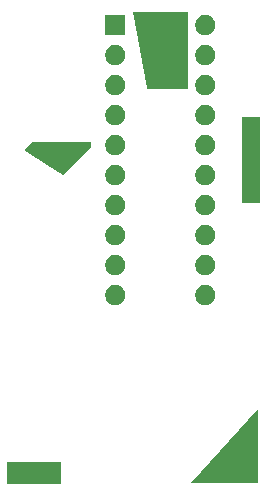
<source format=gbr>
G04 #@! TF.GenerationSoftware,KiCad,Pcbnew,5.1.5+dfsg1-2build2*
G04 #@! TF.CreationDate,2021-11-18T22:50:20-05:00*
G04 #@! TF.ProjectId,color_computer_dac,636f6c6f-725f-4636-9f6d-70757465725f,1.1.0*
G04 #@! TF.SameCoordinates,Original*
G04 #@! TF.FileFunction,Soldermask,Bot*
G04 #@! TF.FilePolarity,Negative*
%FSLAX46Y46*%
G04 Gerber Fmt 4.6, Leading zero omitted, Abs format (unit mm)*
G04 Created by KiCad (PCBNEW 5.1.5+dfsg1-2build2) date 2021-11-18 22:50:20*
%MOMM*%
%LPD*%
G04 APERTURE LIST*
%ADD10C,0.100000*%
G04 APERTURE END LIST*
D10*
G36*
X119750117Y-130795460D02*
G01*
X119750118Y-130795465D01*
X119788710Y-132590000D01*
X119790000Y-132650000D01*
X115210000Y-132650000D01*
X115210000Y-130790000D01*
X119750000Y-130790000D01*
X119750117Y-130795460D01*
G37*
G36*
X136450000Y-132590000D02*
G01*
X135434957Y-132588203D01*
X130806137Y-132580011D01*
X130806136Y-132580011D01*
X130800000Y-132580000D01*
X136450000Y-126370000D01*
X136450000Y-132590000D01*
G37*
G36*
X132243228Y-115866703D02*
G01*
X132398100Y-115930853D01*
X132537481Y-116023985D01*
X132656015Y-116142519D01*
X132749147Y-116281900D01*
X132813297Y-116436772D01*
X132846000Y-116601184D01*
X132846000Y-116768816D01*
X132813297Y-116933228D01*
X132749147Y-117088100D01*
X132656015Y-117227481D01*
X132537481Y-117346015D01*
X132398100Y-117439147D01*
X132243228Y-117503297D01*
X132078816Y-117536000D01*
X131911184Y-117536000D01*
X131746772Y-117503297D01*
X131591900Y-117439147D01*
X131452519Y-117346015D01*
X131333985Y-117227481D01*
X131240853Y-117088100D01*
X131176703Y-116933228D01*
X131144000Y-116768816D01*
X131144000Y-116601184D01*
X131176703Y-116436772D01*
X131240853Y-116281900D01*
X131333985Y-116142519D01*
X131452519Y-116023985D01*
X131591900Y-115930853D01*
X131746772Y-115866703D01*
X131911184Y-115834000D01*
X132078816Y-115834000D01*
X132243228Y-115866703D01*
G37*
G36*
X124623228Y-115866703D02*
G01*
X124778100Y-115930853D01*
X124917481Y-116023985D01*
X125036015Y-116142519D01*
X125129147Y-116281900D01*
X125193297Y-116436772D01*
X125226000Y-116601184D01*
X125226000Y-116768816D01*
X125193297Y-116933228D01*
X125129147Y-117088100D01*
X125036015Y-117227481D01*
X124917481Y-117346015D01*
X124778100Y-117439147D01*
X124623228Y-117503297D01*
X124458816Y-117536000D01*
X124291184Y-117536000D01*
X124126772Y-117503297D01*
X123971900Y-117439147D01*
X123832519Y-117346015D01*
X123713985Y-117227481D01*
X123620853Y-117088100D01*
X123556703Y-116933228D01*
X123524000Y-116768816D01*
X123524000Y-116601184D01*
X123556703Y-116436772D01*
X123620853Y-116281900D01*
X123713985Y-116142519D01*
X123832519Y-116023985D01*
X123971900Y-115930853D01*
X124126772Y-115866703D01*
X124291184Y-115834000D01*
X124458816Y-115834000D01*
X124623228Y-115866703D01*
G37*
G36*
X124623228Y-113326703D02*
G01*
X124778100Y-113390853D01*
X124917481Y-113483985D01*
X125036015Y-113602519D01*
X125129147Y-113741900D01*
X125193297Y-113896772D01*
X125226000Y-114061184D01*
X125226000Y-114228816D01*
X125193297Y-114393228D01*
X125129147Y-114548100D01*
X125036015Y-114687481D01*
X124917481Y-114806015D01*
X124778100Y-114899147D01*
X124623228Y-114963297D01*
X124458816Y-114996000D01*
X124291184Y-114996000D01*
X124126772Y-114963297D01*
X123971900Y-114899147D01*
X123832519Y-114806015D01*
X123713985Y-114687481D01*
X123620853Y-114548100D01*
X123556703Y-114393228D01*
X123524000Y-114228816D01*
X123524000Y-114061184D01*
X123556703Y-113896772D01*
X123620853Y-113741900D01*
X123713985Y-113602519D01*
X123832519Y-113483985D01*
X123971900Y-113390853D01*
X124126772Y-113326703D01*
X124291184Y-113294000D01*
X124458816Y-113294000D01*
X124623228Y-113326703D01*
G37*
G36*
X132243228Y-113326703D02*
G01*
X132398100Y-113390853D01*
X132537481Y-113483985D01*
X132656015Y-113602519D01*
X132749147Y-113741900D01*
X132813297Y-113896772D01*
X132846000Y-114061184D01*
X132846000Y-114228816D01*
X132813297Y-114393228D01*
X132749147Y-114548100D01*
X132656015Y-114687481D01*
X132537481Y-114806015D01*
X132398100Y-114899147D01*
X132243228Y-114963297D01*
X132078816Y-114996000D01*
X131911184Y-114996000D01*
X131746772Y-114963297D01*
X131591900Y-114899147D01*
X131452519Y-114806015D01*
X131333985Y-114687481D01*
X131240853Y-114548100D01*
X131176703Y-114393228D01*
X131144000Y-114228816D01*
X131144000Y-114061184D01*
X131176703Y-113896772D01*
X131240853Y-113741900D01*
X131333985Y-113602519D01*
X131452519Y-113483985D01*
X131591900Y-113390853D01*
X131746772Y-113326703D01*
X131911184Y-113294000D01*
X132078816Y-113294000D01*
X132243228Y-113326703D01*
G37*
G36*
X124623228Y-110786703D02*
G01*
X124778100Y-110850853D01*
X124917481Y-110943985D01*
X125036015Y-111062519D01*
X125129147Y-111201900D01*
X125193297Y-111356772D01*
X125226000Y-111521184D01*
X125226000Y-111688816D01*
X125193297Y-111853228D01*
X125129147Y-112008100D01*
X125036015Y-112147481D01*
X124917481Y-112266015D01*
X124778100Y-112359147D01*
X124623228Y-112423297D01*
X124458816Y-112456000D01*
X124291184Y-112456000D01*
X124126772Y-112423297D01*
X123971900Y-112359147D01*
X123832519Y-112266015D01*
X123713985Y-112147481D01*
X123620853Y-112008100D01*
X123556703Y-111853228D01*
X123524000Y-111688816D01*
X123524000Y-111521184D01*
X123556703Y-111356772D01*
X123620853Y-111201900D01*
X123713985Y-111062519D01*
X123832519Y-110943985D01*
X123971900Y-110850853D01*
X124126772Y-110786703D01*
X124291184Y-110754000D01*
X124458816Y-110754000D01*
X124623228Y-110786703D01*
G37*
G36*
X132243228Y-110786703D02*
G01*
X132398100Y-110850853D01*
X132537481Y-110943985D01*
X132656015Y-111062519D01*
X132749147Y-111201900D01*
X132813297Y-111356772D01*
X132846000Y-111521184D01*
X132846000Y-111688816D01*
X132813297Y-111853228D01*
X132749147Y-112008100D01*
X132656015Y-112147481D01*
X132537481Y-112266015D01*
X132398100Y-112359147D01*
X132243228Y-112423297D01*
X132078816Y-112456000D01*
X131911184Y-112456000D01*
X131746772Y-112423297D01*
X131591900Y-112359147D01*
X131452519Y-112266015D01*
X131333985Y-112147481D01*
X131240853Y-112008100D01*
X131176703Y-111853228D01*
X131144000Y-111688816D01*
X131144000Y-111521184D01*
X131176703Y-111356772D01*
X131240853Y-111201900D01*
X131333985Y-111062519D01*
X131452519Y-110943985D01*
X131591900Y-110850853D01*
X131746772Y-110786703D01*
X131911184Y-110754000D01*
X132078816Y-110754000D01*
X132243228Y-110786703D01*
G37*
G36*
X124623228Y-108246703D02*
G01*
X124778100Y-108310853D01*
X124917481Y-108403985D01*
X125036015Y-108522519D01*
X125129147Y-108661900D01*
X125193297Y-108816772D01*
X125226000Y-108981184D01*
X125226000Y-109148816D01*
X125193297Y-109313228D01*
X125129147Y-109468100D01*
X125036015Y-109607481D01*
X124917481Y-109726015D01*
X124778100Y-109819147D01*
X124623228Y-109883297D01*
X124458816Y-109916000D01*
X124291184Y-109916000D01*
X124126772Y-109883297D01*
X123971900Y-109819147D01*
X123832519Y-109726015D01*
X123713985Y-109607481D01*
X123620853Y-109468100D01*
X123556703Y-109313228D01*
X123524000Y-109148816D01*
X123524000Y-108981184D01*
X123556703Y-108816772D01*
X123620853Y-108661900D01*
X123713985Y-108522519D01*
X123832519Y-108403985D01*
X123971900Y-108310853D01*
X124126772Y-108246703D01*
X124291184Y-108214000D01*
X124458816Y-108214000D01*
X124623228Y-108246703D01*
G37*
G36*
X132243228Y-108246703D02*
G01*
X132398100Y-108310853D01*
X132537481Y-108403985D01*
X132656015Y-108522519D01*
X132749147Y-108661900D01*
X132813297Y-108816772D01*
X132846000Y-108981184D01*
X132846000Y-109148816D01*
X132813297Y-109313228D01*
X132749147Y-109468100D01*
X132656015Y-109607481D01*
X132537481Y-109726015D01*
X132398100Y-109819147D01*
X132243228Y-109883297D01*
X132078816Y-109916000D01*
X131911184Y-109916000D01*
X131746772Y-109883297D01*
X131591900Y-109819147D01*
X131452519Y-109726015D01*
X131333985Y-109607481D01*
X131240853Y-109468100D01*
X131176703Y-109313228D01*
X131144000Y-109148816D01*
X131144000Y-108981184D01*
X131176703Y-108816772D01*
X131240853Y-108661900D01*
X131333985Y-108522519D01*
X131452519Y-108403985D01*
X131591900Y-108310853D01*
X131746772Y-108246703D01*
X131911184Y-108214000D01*
X132078816Y-108214000D01*
X132243228Y-108246703D01*
G37*
G36*
X135901262Y-101635135D02*
G01*
X136663856Y-101639961D01*
X136663857Y-101639961D01*
X136670000Y-101640000D01*
X136669992Y-101645980D01*
X136669992Y-101645982D01*
X136667517Y-103442519D01*
X136660000Y-108900000D01*
X135080000Y-108900000D01*
X135090000Y-101630000D01*
X135901262Y-101635135D01*
G37*
G36*
X124623228Y-105706703D02*
G01*
X124778100Y-105770853D01*
X124917481Y-105863985D01*
X125036015Y-105982519D01*
X125129147Y-106121900D01*
X125193297Y-106276772D01*
X125226000Y-106441184D01*
X125226000Y-106608816D01*
X125193297Y-106773228D01*
X125129147Y-106928100D01*
X125036015Y-107067481D01*
X124917481Y-107186015D01*
X124778100Y-107279147D01*
X124623228Y-107343297D01*
X124458816Y-107376000D01*
X124291184Y-107376000D01*
X124126772Y-107343297D01*
X123971900Y-107279147D01*
X123832519Y-107186015D01*
X123713985Y-107067481D01*
X123620853Y-106928100D01*
X123556703Y-106773228D01*
X123524000Y-106608816D01*
X123524000Y-106441184D01*
X123556703Y-106276772D01*
X123620853Y-106121900D01*
X123713985Y-105982519D01*
X123832519Y-105863985D01*
X123971900Y-105770853D01*
X124126772Y-105706703D01*
X124291184Y-105674000D01*
X124458816Y-105674000D01*
X124623228Y-105706703D01*
G37*
G36*
X132243228Y-105706703D02*
G01*
X132398100Y-105770853D01*
X132537481Y-105863985D01*
X132656015Y-105982519D01*
X132749147Y-106121900D01*
X132813297Y-106276772D01*
X132846000Y-106441184D01*
X132846000Y-106608816D01*
X132813297Y-106773228D01*
X132749147Y-106928100D01*
X132656015Y-107067481D01*
X132537481Y-107186015D01*
X132398100Y-107279147D01*
X132243228Y-107343297D01*
X132078816Y-107376000D01*
X131911184Y-107376000D01*
X131746772Y-107343297D01*
X131591900Y-107279147D01*
X131452519Y-107186015D01*
X131333985Y-107067481D01*
X131240853Y-106928100D01*
X131176703Y-106773228D01*
X131144000Y-106608816D01*
X131144000Y-106441184D01*
X131176703Y-106276772D01*
X131240853Y-106121900D01*
X131333985Y-105982519D01*
X131452519Y-105863985D01*
X131591900Y-105770853D01*
X131746772Y-105706703D01*
X131911184Y-105674000D01*
X132078816Y-105674000D01*
X132243228Y-105706703D01*
G37*
G36*
X117419117Y-103670883D02*
G01*
X117419928Y-103670648D01*
X117426951Y-103674513D01*
X117449474Y-103684166D01*
X117473447Y-103689239D01*
X117487217Y-103690000D01*
X122360000Y-103690000D01*
X122360000Y-104220000D01*
X119920000Y-106510000D01*
X119916171Y-106507545D01*
X119916167Y-106507543D01*
X118585688Y-105654567D01*
X116660000Y-104420000D01*
X116849772Y-104224882D01*
X117365720Y-103694400D01*
X117365723Y-103694397D01*
X117370000Y-103690000D01*
X117401685Y-103677326D01*
X117414297Y-103672281D01*
X117414299Y-103672280D01*
X117420000Y-103670000D01*
X117419117Y-103670883D01*
G37*
G36*
X124623228Y-103166703D02*
G01*
X124778100Y-103230853D01*
X124917481Y-103323985D01*
X125036015Y-103442519D01*
X125129147Y-103581900D01*
X125193297Y-103736772D01*
X125226000Y-103901184D01*
X125226000Y-104068816D01*
X125193297Y-104233228D01*
X125129147Y-104388100D01*
X125036015Y-104527481D01*
X124917481Y-104646015D01*
X124778100Y-104739147D01*
X124623228Y-104803297D01*
X124458816Y-104836000D01*
X124291184Y-104836000D01*
X124126772Y-104803297D01*
X123971900Y-104739147D01*
X123832519Y-104646015D01*
X123713985Y-104527481D01*
X123620853Y-104388100D01*
X123556703Y-104233228D01*
X123524000Y-104068816D01*
X123524000Y-103901184D01*
X123556703Y-103736772D01*
X123620853Y-103581900D01*
X123713985Y-103442519D01*
X123832519Y-103323985D01*
X123971900Y-103230853D01*
X124126772Y-103166703D01*
X124291184Y-103134000D01*
X124458816Y-103134000D01*
X124623228Y-103166703D01*
G37*
G36*
X132243228Y-103166703D02*
G01*
X132398100Y-103230853D01*
X132537481Y-103323985D01*
X132656015Y-103442519D01*
X132749147Y-103581900D01*
X132813297Y-103736772D01*
X132846000Y-103901184D01*
X132846000Y-104068816D01*
X132813297Y-104233228D01*
X132749147Y-104388100D01*
X132656015Y-104527481D01*
X132537481Y-104646015D01*
X132398100Y-104739147D01*
X132243228Y-104803297D01*
X132078816Y-104836000D01*
X131911184Y-104836000D01*
X131746772Y-104803297D01*
X131591900Y-104739147D01*
X131452519Y-104646015D01*
X131333985Y-104527481D01*
X131240853Y-104388100D01*
X131176703Y-104233228D01*
X131144000Y-104068816D01*
X131144000Y-103901184D01*
X131176703Y-103736772D01*
X131240853Y-103581900D01*
X131333985Y-103442519D01*
X131452519Y-103323985D01*
X131591900Y-103230853D01*
X131746772Y-103166703D01*
X131911184Y-103134000D01*
X132078816Y-103134000D01*
X132243228Y-103166703D01*
G37*
G36*
X124623228Y-100626703D02*
G01*
X124778100Y-100690853D01*
X124917481Y-100783985D01*
X125036015Y-100902519D01*
X125129147Y-101041900D01*
X125193297Y-101196772D01*
X125226000Y-101361184D01*
X125226000Y-101528816D01*
X125193297Y-101693228D01*
X125129147Y-101848100D01*
X125036015Y-101987481D01*
X124917481Y-102106015D01*
X124778100Y-102199147D01*
X124623228Y-102263297D01*
X124458816Y-102296000D01*
X124291184Y-102296000D01*
X124126772Y-102263297D01*
X123971900Y-102199147D01*
X123832519Y-102106015D01*
X123713985Y-101987481D01*
X123620853Y-101848100D01*
X123556703Y-101693228D01*
X123524000Y-101528816D01*
X123524000Y-101361184D01*
X123556703Y-101196772D01*
X123620853Y-101041900D01*
X123713985Y-100902519D01*
X123832519Y-100783985D01*
X123971900Y-100690853D01*
X124126772Y-100626703D01*
X124291184Y-100594000D01*
X124458816Y-100594000D01*
X124623228Y-100626703D01*
G37*
G36*
X132243228Y-100626703D02*
G01*
X132398100Y-100690853D01*
X132537481Y-100783985D01*
X132656015Y-100902519D01*
X132749147Y-101041900D01*
X132813297Y-101196772D01*
X132846000Y-101361184D01*
X132846000Y-101528816D01*
X132813297Y-101693228D01*
X132749147Y-101848100D01*
X132656015Y-101987481D01*
X132537481Y-102106015D01*
X132398100Y-102199147D01*
X132243228Y-102263297D01*
X132078816Y-102296000D01*
X131911184Y-102296000D01*
X131746772Y-102263297D01*
X131591900Y-102199147D01*
X131452519Y-102106015D01*
X131333985Y-101987481D01*
X131240853Y-101848100D01*
X131176703Y-101693228D01*
X131144000Y-101528816D01*
X131144000Y-101361184D01*
X131176703Y-101196772D01*
X131240853Y-101041900D01*
X131333985Y-100902519D01*
X131452519Y-100783985D01*
X131591900Y-100690853D01*
X131746772Y-100626703D01*
X131911184Y-100594000D01*
X132078816Y-100594000D01*
X132243228Y-100626703D01*
G37*
G36*
X124623228Y-98086703D02*
G01*
X124778100Y-98150853D01*
X124917481Y-98243985D01*
X125036015Y-98362519D01*
X125129147Y-98501900D01*
X125193297Y-98656772D01*
X125226000Y-98821184D01*
X125226000Y-98988816D01*
X125193297Y-99153228D01*
X125129147Y-99308100D01*
X125036015Y-99447481D01*
X124917481Y-99566015D01*
X124778100Y-99659147D01*
X124623228Y-99723297D01*
X124458816Y-99756000D01*
X124291184Y-99756000D01*
X124126772Y-99723297D01*
X123971900Y-99659147D01*
X123832519Y-99566015D01*
X123713985Y-99447481D01*
X123620853Y-99308100D01*
X123556703Y-99153228D01*
X123524000Y-98988816D01*
X123524000Y-98821184D01*
X123556703Y-98656772D01*
X123620853Y-98501900D01*
X123713985Y-98362519D01*
X123832519Y-98243985D01*
X123971900Y-98150853D01*
X124126772Y-98086703D01*
X124291184Y-98054000D01*
X124458816Y-98054000D01*
X124623228Y-98086703D01*
G37*
G36*
X132243228Y-98086703D02*
G01*
X132398100Y-98150853D01*
X132537481Y-98243985D01*
X132656015Y-98362519D01*
X132749147Y-98501900D01*
X132813297Y-98656772D01*
X132846000Y-98821184D01*
X132846000Y-98988816D01*
X132813297Y-99153228D01*
X132749147Y-99308100D01*
X132656015Y-99447481D01*
X132537481Y-99566015D01*
X132398100Y-99659147D01*
X132243228Y-99723297D01*
X132078816Y-99756000D01*
X131911184Y-99756000D01*
X131746772Y-99723297D01*
X131591900Y-99659147D01*
X131452519Y-99566015D01*
X131333985Y-99447481D01*
X131240853Y-99308100D01*
X131176703Y-99153228D01*
X131144000Y-98988816D01*
X131144000Y-98821184D01*
X131176703Y-98656772D01*
X131240853Y-98501900D01*
X131333985Y-98362519D01*
X131452519Y-98243985D01*
X131591900Y-98150853D01*
X131746772Y-98086703D01*
X131911184Y-98054000D01*
X132078816Y-98054000D01*
X132243228Y-98086703D01*
G37*
G36*
X125900388Y-92732202D02*
G01*
X125900527Y-92730789D01*
X125910163Y-92733712D01*
X125912886Y-92734839D01*
X125948598Y-92740210D01*
X130523862Y-92759973D01*
X130523867Y-92759974D01*
X130530000Y-92760000D01*
X130530000Y-99200000D01*
X127040000Y-99200000D01*
X127031759Y-99153228D01*
X125904651Y-92756399D01*
X125901328Y-92742346D01*
X125900629Y-92740003D01*
X125900000Y-92740000D01*
X125900000Y-92730000D01*
X125900388Y-92732202D01*
G37*
G36*
X124623228Y-95546703D02*
G01*
X124778100Y-95610853D01*
X124917481Y-95703985D01*
X125036015Y-95822519D01*
X125129147Y-95961900D01*
X125193297Y-96116772D01*
X125226000Y-96281184D01*
X125226000Y-96448816D01*
X125193297Y-96613228D01*
X125129147Y-96768100D01*
X125036015Y-96907481D01*
X124917481Y-97026015D01*
X124778100Y-97119147D01*
X124623228Y-97183297D01*
X124458816Y-97216000D01*
X124291184Y-97216000D01*
X124126772Y-97183297D01*
X123971900Y-97119147D01*
X123832519Y-97026015D01*
X123713985Y-96907481D01*
X123620853Y-96768100D01*
X123556703Y-96613228D01*
X123524000Y-96448816D01*
X123524000Y-96281184D01*
X123556703Y-96116772D01*
X123620853Y-95961900D01*
X123713985Y-95822519D01*
X123832519Y-95703985D01*
X123971900Y-95610853D01*
X124126772Y-95546703D01*
X124291184Y-95514000D01*
X124458816Y-95514000D01*
X124623228Y-95546703D01*
G37*
G36*
X132243228Y-95546703D02*
G01*
X132398100Y-95610853D01*
X132537481Y-95703985D01*
X132656015Y-95822519D01*
X132749147Y-95961900D01*
X132813297Y-96116772D01*
X132846000Y-96281184D01*
X132846000Y-96448816D01*
X132813297Y-96613228D01*
X132749147Y-96768100D01*
X132656015Y-96907481D01*
X132537481Y-97026015D01*
X132398100Y-97119147D01*
X132243228Y-97183297D01*
X132078816Y-97216000D01*
X131911184Y-97216000D01*
X131746772Y-97183297D01*
X131591900Y-97119147D01*
X131452519Y-97026015D01*
X131333985Y-96907481D01*
X131240853Y-96768100D01*
X131176703Y-96613228D01*
X131144000Y-96448816D01*
X131144000Y-96281184D01*
X131176703Y-96116772D01*
X131240853Y-95961900D01*
X131333985Y-95822519D01*
X131452519Y-95703985D01*
X131591900Y-95610853D01*
X131746772Y-95546703D01*
X131911184Y-95514000D01*
X132078816Y-95514000D01*
X132243228Y-95546703D01*
G37*
G36*
X125226000Y-94676000D02*
G01*
X123524000Y-94676000D01*
X123524000Y-92974000D01*
X125226000Y-92974000D01*
X125226000Y-94676000D01*
G37*
G36*
X132243228Y-93006703D02*
G01*
X132398100Y-93070853D01*
X132537481Y-93163985D01*
X132656015Y-93282519D01*
X132749147Y-93421900D01*
X132813297Y-93576772D01*
X132846000Y-93741184D01*
X132846000Y-93908816D01*
X132813297Y-94073228D01*
X132749147Y-94228100D01*
X132656015Y-94367481D01*
X132537481Y-94486015D01*
X132398100Y-94579147D01*
X132243228Y-94643297D01*
X132078816Y-94676000D01*
X131911184Y-94676000D01*
X131746772Y-94643297D01*
X131591900Y-94579147D01*
X131452519Y-94486015D01*
X131333985Y-94367481D01*
X131240853Y-94228100D01*
X131176703Y-94073228D01*
X131144000Y-93908816D01*
X131144000Y-93741184D01*
X131176703Y-93576772D01*
X131240853Y-93421900D01*
X131333985Y-93282519D01*
X131452519Y-93163985D01*
X131591900Y-93070853D01*
X131746772Y-93006703D01*
X131911184Y-92974000D01*
X132078816Y-92974000D01*
X132243228Y-93006703D01*
G37*
M02*

</source>
